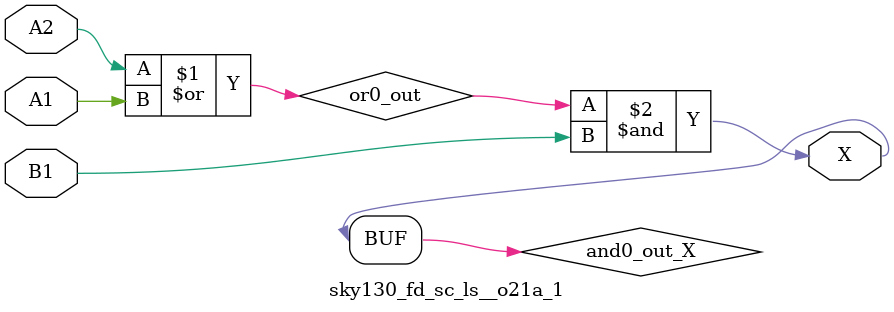
<source format=v>
/*
 * Copyright 2020 The SkyWater PDK Authors
 *
 * Licensed under the Apache License, Version 2.0 (the "License");
 * you may not use this file except in compliance with the License.
 * You may obtain a copy of the License at
 *
 *     https://www.apache.org/licenses/LICENSE-2.0
 *
 * Unless required by applicable law or agreed to in writing, software
 * distributed under the License is distributed on an "AS IS" BASIS,
 * WITHOUT WARRANTIES OR CONDITIONS OF ANY KIND, either express or implied.
 * See the License for the specific language governing permissions and
 * limitations under the License.
 *
 * SPDX-License-Identifier: Apache-2.0
*/


`ifndef SKY130_FD_SC_LS__O21A_1_FUNCTIONAL_V
`define SKY130_FD_SC_LS__O21A_1_FUNCTIONAL_V

/**
 * o21a: 2-input OR into first input of 2-input AND.
 *
 *       X = ((A1 | A2) & B1)
 *
 * Verilog simulation functional model.
 */

`timescale 1ns / 1ps
`default_nettype none

`celldefine
module sky130_fd_sc_ls__o21a_1 (
    X ,
    A1,
    A2,
    B1
);

    // Module ports
    output X ;
    input  A1;
    input  A2;
    input  B1;

    // Local signals
    wire or0_out   ;
    wire and0_out_X;

    //  Name  Output      Other arguments
    or  or0  (or0_out   , A2, A1         );
    and and0 (and0_out_X, or0_out, B1    );
    buf buf0 (X         , and0_out_X     );

endmodule
`endcelldefine

`default_nettype wire
`endif  // SKY130_FD_SC_LS__O21A_1_FUNCTIONAL_V

</source>
